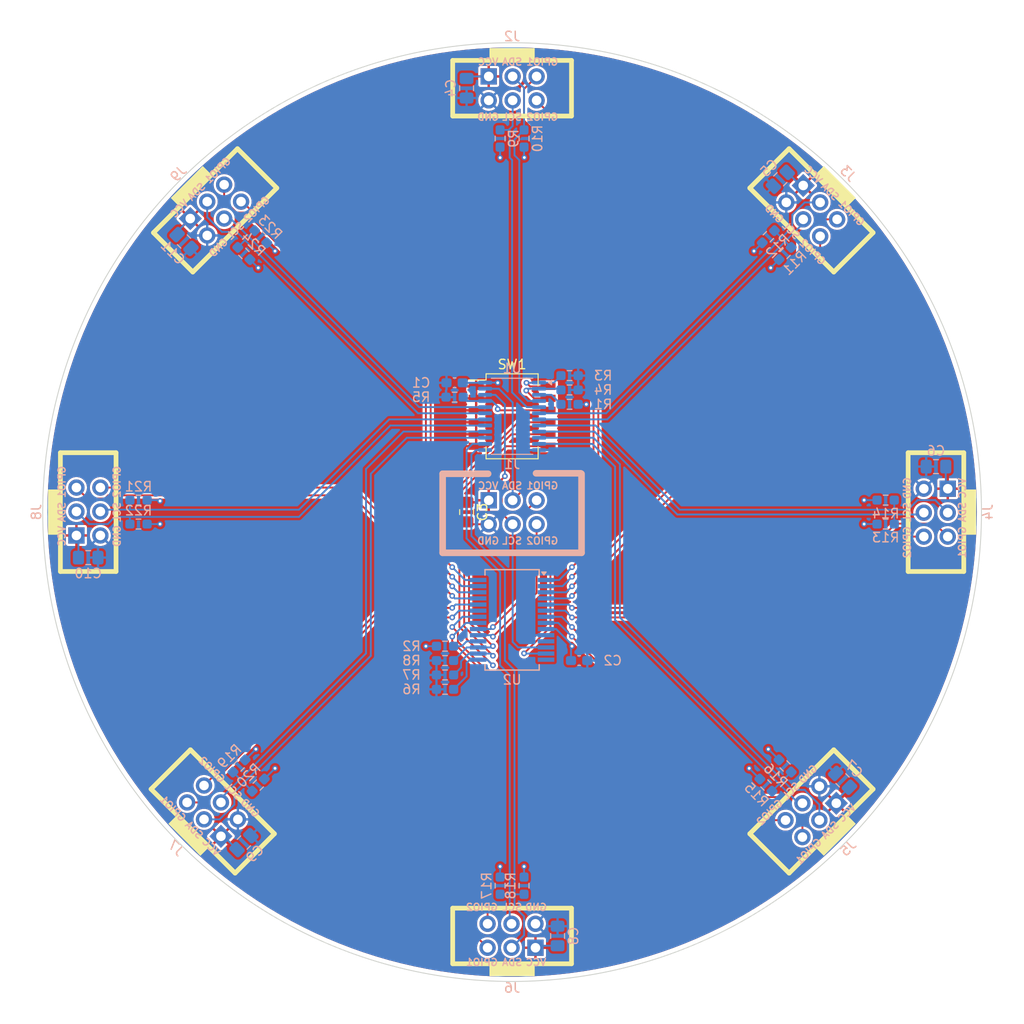
<source format=kicad_pcb>
(kicad_pcb (version 20240108) (generator "pcbnew") (generator_version "8.0")
  (layers (0 "F.Cu" signal) (31 "B.Cu" signal) (34 "B.Paste" user) (35 "F.Paste" user) (36 "B.SilkS" user "B.Silkscreen") (37 "F.SilkS" user "F.Silkscreen") (38 "B.Mask" user) (39 "F.Mask" user) (44 "Edge.Cuts" user))
  (net 0 "")
  (net 1 "/SAO_GPIO1")
  (net 2 "/SAO_SDA")
  (net 3 "GND")
  (net 4 "/SAO_GPIO2")
  (net 5 "+3V3")
  (net 6 "/SAO_SCL")
  (net 7 "/BADGE0_SCL")
  (net 8 "/BADGE0_SDA")
  (net 9 "/BADGE0_GPIO2")
  (net 10 "/BADGE0_GPIO1")
  (net 11 "/BADGE1_GPIO2")
  (net 12 "/BADGE1_SDA")
  (net 13 "/BADGE1_SCL")
  (net 14 "/BADGE1_GPIO1")
  (net 15 "/BADGE2_GPIO2")
  (net 16 "/BADGE2_GPIO1")
  (net 17 "/BADGE2_SDA")
  (net 18 "/BADGE2_SCL")
  (net 19 "/BADGE3_GPIO2")
  (net 20 "/BADGE3_SDA")
  (net 21 "/BADGE3_GPIO1")
  (net 22 "/BADGE3_SCL")
  (net 23 "/BADGE4_SDA")
  (net 24 "/BADGE4_GPIO1")
  (net 25 "/BADGE4_SCL")
  (net 26 "/BADGE4_GPIO2")
  (net 27 "/BADGE5_SCL")
  (net 28 "/BADGE5_GPIO2")
  (net 29 "/BADGE5_GPIO1")
  (net 30 "/BADGE5_SDA")
  (net 31 "/BADGE6_GPIO2")
  (net 32 "/BADGE6_GPIO1")
  (net 33 "/BADGE6_SDA")
  (net 34 "/BADGE6_SCL")
  (net 35 "/BADGE7_SDA")
  (net 36 "/BADGE7_GPIO2")
  (net 37 "/BADGE7_SCL")
  (net 38 "/BADGE7_GPIO1")
  (net 39 "Net-(U1-~{RESET})")
  (net 40 "Net-(U2-~{RESET})")
  (net 41 "Net-(U1-A0)")
  (net 42 "Net-(U1-A1)")
  (net 43 "Net-(U1-A2)")
  (net 44 "Net-(U2-A0)")
  (net 45 "Net-(U2-A1)")
  (net 46 "Net-(U2-A2)")
  (footprint "Simple_Addon_v2:Simple_Addon_v2-BADGE-2x3" (layer "F.Cu") (at 158.75 133.35 -135)
    (property "Reference" "J5")
    (property "Value" "Simple_Addon_v2")
  )
  (footprint "Simple_Addon_v2:Simple_Addon_v2-BADGE-2x3" (layer "F.Cu") (at 171.958 101.6 -90)
    (property "Reference" "J4")
    (property "Value" "Simple_Addon_v2")
  )
  (footprint "Simple_Addon_v2:Simple_Addon_v2-BADGE-2x3" (layer "F.Cu") (at 127 146.558 180)
    (property "Reference" "J6")
    (property "Value" "Simple_Addon_v2")
  )
  (footprint "Simple_Addon_v2:Simple_Addon_v2-SAO-2x3" (layer "F.Cu") (at 127 101.6)
    (property "Reference" "J1")
    (property "Value" "Simple_Addon_v2")
  )
  (footprint "Simple_Addon_v2:Simple_Addon_v2-BADGE-2x3" (layer "F.Cu") (at 158.75 69.596 -45)
    (property "Reference" "J3")
    (property "Value" "Simple_Addon_v2")
  )
  (footprint "Capacitor_SMD:C_0805_2012Metric_Pad1.18x1.45mm_HandSolder" (layer "F.Cu") (at 122.174 101.6 -90)
    (property "Reference" "C3")
    (property "Value" "10u")
  )
  (footprint "Simple_Addon_v2:Simple_Addon_v2-BADGE-2x3" (layer "F.Cu") (at 82.042 101.6 90)
    (property "Reference" "J8")
    (property "Value" "Simple_Addon_v2")
  )
  (footprint "Button_Switch_SMD:SW_DIP_SPSTx06_Slide_Copal_CHS-06B_W7.62mm_P1.27mm" (layer "F.Cu") (at 127 91.44)
    (property "Reference" "SW1")
    (property "Value" "SW_DIP_x06")
  )
  (footprint "Simple_Addon_v2:Simple_Addon_v2-BADGE-2x3" (layer "F.Cu") (at 95.25 133.35 135)
    (property "Reference" "J7")
    (property "Value" "Simple_Addon_v2")
  )
  (footprint "Simple_Addon_v2:Simple_Addon_v2-BADGE-2x3" (layer "F.Cu") (at 127 56.642)
    (property "Reference" "J2")
    (property "Value" "Simple_Addon_v2")
  )
  (footprint "Simple_Addon_v2:Simple_Addon_v2-BADGE-2x3" (layer "F.Cu") (at 95.504 69.596 45)
    (property "Reference" "J9")
    (property "Value" "Simple_Addon_v2")
  )
  (footprint "Resistor_SMD:R_0603_1608Metric_Pad0.98x0.95mm_HandSolder" (layer "B.Cu") (at 153.924 130.556 -45)
    (property "Reference" "R15")
    (property "Value" "4.7K")
  )
  (footprint "Resistor_SMD:R_0603_1608Metric_Pad0.98x0.95mm_HandSolder" (layer "B.Cu") (at 125.73 61.976 90)
    (property "Reference" "R9")
    (property "Value" "4.7K")
  )
  (footprint "Resistor_SMD:R_0603_1608Metric_Pad0.98x0.95mm_HandSolder" (layer "B.Cu") (at 166.624 102.87)
    (property "Reference" "R13")
    (property "Value" "4.7K")
  )
  (footprint "Capacitor_SMD:C_0805_2012Metric_Pad1.18x1.45mm_HandSolder" (layer "B.Cu") (at 92.202 72.898 -45)
    (property "Reference" "C11")
    (property "Value" "10u")
  )
  (footprint "Resistor_SMD:R_0603_1608Metric_Pad0.98x0.95mm_HandSolder" (layer "B.Cu") (at 133.096 87.122)
    (property "Reference" "R3")
    (property "Value" "10K")
  )
  (footprint "Capacitor_SMD:C_0603_1608Metric_Pad1.08x0.95mm_HandSolder" (layer "B.Cu") (at 134.112 117.348)
    (property "Reference" "C2")
    (property "Value" "100n")
  )
  (footprint "Resistor_SMD:R_0603_1608Metric_Pad0.98x0.95mm_HandSolder" (layer "B.Cu") (at 119.888 120.396 180)
    (property "Reference" "R6")
    (property "Value" "10K")
  )
  (footprint "Resistor_SMD:R_0603_1608Metric_Pad0.98x0.95mm_HandSolder" (layer "B.Cu") (at 154.178 72.39 45)
    (property "Reference" "R12")
    (property "Value" "4.7K")
  )
  (footprint "Resistor_SMD:R_0603_1608Metric_Pad0.98x0.95mm_HandSolder" (layer "B.Cu") (at 166.624 100.33)
    (property "Reference" "R14")
    (property "Value" "4.7K")
  )
  (footprint "Resistor_SMD:R_0603_1608Metric_Pad0.98x0.95mm_HandSolder" (layer "B.Cu") (at 128.27 141.224 -90)
    (property "Reference" "R18")
    (property "Value" "4.7K")
  )
  (footprint "Resistor_SMD:R_0603_1608Metric_Pad0.98x0.95mm_HandSolder" (layer "B.Cu") (at 125.73 141.224 -90)
    (property "Reference" "R17")
    (property "Value" "4.7K")
  )
  (footprint "Capacitor_SMD:C_0805_2012Metric_Pad1.18x1.45mm_HandSolder" (layer "B.Cu") (at 162.052 130.048 135)
    (property "Reference" "C7")
    (property "Value" "10u")
  )
  (footprint "Package_SO:TSSOP-24_4.4x7.8mm_P0.65mm" (layer "B.Cu") (at 127 91.44 180)
    (property "Reference" "U1")
    (property "Value" "TCA9548APWR")
  )
  (footprint "Capacitor_SMD:C_0805_2012Metric_Pad1.18x1.45mm_HandSolder" (layer "B.Cu") (at 171.958 96.774 180)
    (property "Reference" "C6")
    (property "Value" "10u")
  )
  (footprint "Capacitor_SMD:C_0805_2012Metric_Pad1.18x1.45mm_HandSolder" (layer "B.Cu") (at 155.448 66.294 -135)
    (property "Reference" "C5")
    (property "Value" "10u")
  )
  (footprint "Resistor_SMD:R_0603_1608Metric_Pad0.98x0.95mm_HandSolder" (layer "B.Cu") (at 87.376 100.33 180)
    (property "Reference" "R21")
    (property "Value" "4.7K")
  )
  (footprint "Capacitor_SMD:C_0805_2012Metric_Pad1.18x1.45mm_HandSolder" (layer "B.Cu") (at 98.552 136.652 45)
    (property "Reference" "C9")
    (property "Value" "10u")
  )
  (footprint "Resistor_SMD:R_0603_1608Metric_Pad0.98x0.95mm_HandSolder" (layer "B.Cu") (at 98.044 128.524 -135)
    (property "Reference" "R19")
    (property "Value" "4.7K")
  )
  (footprint "Capacitor_SMD:C_0805_2012Metric_Pad1.18x1.45mm_HandSolder" (layer "B.Cu") (at 131.826 146.558 90)
    (property "Reference" "C8")
    (property "Value" "10u")
  )
  (footprint "Capacitor_SMD:C_0805_2012Metric_Pad1.18x1.45mm_HandSolder" (layer "B.Cu") (at 82.042 106.426)
    (property "Reference" "C10")
    (property "Value" "10u")
  )
  (footprint "Package_SO:SSOP-28_5.3x10.2mm_P0.65mm" (layer "B.Cu") (at 127 113.03 180)
    (property "Reference" "U2")
    (property "Value" "MCP23017_SS")
  )
  (footprint "Resistor_SMD:R_0603_1608Metric_Pad0.98x0.95mm_HandSolder" (layer "B.Cu") (at 133.096 90.17 180)
    (property "Reference" "R1")
    (property "Value" "10K")
  )
  (footprint "Resistor_SMD:R_0603_1608Metric_Pad0.98x0.95mm_HandSolder" (layer "B.Cu") (at 128.27 61.976 90)
    (property "Reference" "R10")
    (property "Value" "4.7K")
  )
  (footprint "Resistor_SMD:R_0603_1608Metric_Pad0.98x0.95mm_HandSolder" (layer "B.Cu") (at 119.888 117.348 180)
    (property "Reference" "R8")
    (property "Value" "10K")
  )
  (footprint "Resistor_SMD:R_0603_1608Metric_Pad0.98x0.95mm_HandSolder" (layer "B.Cu") (at 155.956 74.168 45)
    (property "Reference" "R11")
    (property "Value" "4.7K")
  )
  (footprint "Capacitor_SMD:C_0805_2012Metric_Pad1.18x1.45mm_HandSolder" (layer "B.Cu") (at 122.174 56.642 -90)
    (property "Reference" "C4")
    (property "Value" "10u")
  )
  (footprint "Resistor_SMD:R_0603_1608Metric_Pad0.98x0.95mm_HandSolder" (layer "B.Cu") (at 155.956 128.524 -45)
    (property "Reference" "R16")
    (property "Value" "4.7K")
  )
  (footprint "Resistor_SMD:R_0603_1608Metric_Pad0.98x0.95mm_HandSolder" (layer "B.Cu") (at 100.33 72.39 135)
    (property "Reference" "R23")
    (property "Value" "4.7K")
  )
  (footprint "Resistor_SMD:R_0603_1608Metric_Pad0.98x0.95mm_HandSolder" (layer "B.Cu") (at 120.904 89.408 180)
    (property "Reference" "R5")
    (property "Value" "10K")
  )
  (footprint "Resistor_SMD:R_0603_1608Metric_Pad0.98x0.95mm_HandSolder" (layer "B.Cu") (at 133.096 88.646)
    (property "Reference" "R4")
    (property "Value" "10K")
  )
  (footprint "Resistor_SMD:R_0603_1608Metric_Pad0.98x0.95mm_HandSolder" (layer "B.Cu") (at 98.552 74.168 135)
    (property "Reference" "R24")
    (property "Value" "4.7K")
  )
  (footprint "Capacitor_SMD:C_0603_1608Metric_Pad1.08x0.95mm_HandSolder" (layer "B.Cu") (at 120.904 87.884 180)
    (property "Reference" "C1")
    (property "Value" "100n")
  )
  (footprint "Resistor_SMD:R_0603_1608Metric_Pad0.98x0.95mm_HandSolder" (layer "B.Cu") (at 100.076 130.556 -135)
    (property "Reference" "R20")
    (property "Value" "4.7K")
  )
  (footprint "Resistor_SMD:R_0603_1608Metric_Pad0.98x0.95mm_HandSolder" (layer "B.Cu") (at 87.376 102.87 180)
    (property "Reference" "R22")
    (property "Value" "4.7K")
  )
  (footprint "Resistor_SMD:R_0603_1608Metric_Pad0.98x0.95mm_HandSolder" (layer "B.Cu") (at 119.888 118.872 180)
    (property "Reference" "R7")
    (property "Value" "10K")
  )
  (footprint "Resistor_SMD:R_0603_1608Metric_Pad0.98x0.95mm_HandSolder" (layer "B.Cu") (at 119.888 115.824)
    (property "Reference" "R2")
    (property "Value" "10K")
  )
  (gr_circle (center 127 101.6) (end 176.784 101.6) (stroke (width 0.1)) (fill none) (layer "Edge.Cuts"))
  (segment (start 128.27 110.49) (end 128.27 101.68) (width 0.2) (layer "F.Cu") (net 1))
  (segment (start 124.968 113.792) (end 128.27 110.49) (width 0.2) (layer "F.Cu") (net 1))
  (segment (start 128.27 101.68) (end 129.6 100.35) (width 0.2) (layer "F.Cu") (net 1))
  (via (at 124.968 113.792) (size 0.6) (drill 0.3) (layers "F.Cu" "B.Cu") (net 1))
  (segment (start 123.4 114.005) (end 124.755 114.005) (width 0.2) (layer "B.Cu") (net 1))
  (segment (start 124.755 114.005) (end 124.968 113.792) (width 0.2) (layer "B.Cu") (net 1))
  (segment (start 128.27 116.586) (end 131.064 113.792) (width 0.2) (layer "F.Cu") (net 2))
  (segment (start 131.064 113.792) (end 131.064 99.822) (width 0.2) (layer "F.Cu") (net 2))
  (segment (start 128.35 99.06) (end 127.06 100.35) (width 0.2) (layer "F.Cu") (net 2))
  (segment (start 130.302 99.06) (end 128.35 99.06) (width 0.2) (layer "F.Cu") (net 2))
  (segment (start 131.064 99.822) (end 130.302 99.06) (width 0.2) (layer "F.Cu") (net 2))
  (via (at 128.27 116.586) (size 0.6) (drill 0.3) (layers "F.Cu" "B.Cu") (net 2))
  (segment (start 127.06 100.35) (end 127.06 89.976) (width 0.2) (layer "B.Cu") (net 2))
  (segment (start 128.289 116.605) (end 130.6 116.605) (width 0.2) (layer "B.Cu") (net 2))
  (segment (start 125.599 88.515) (end 124.1375 88.515) (width 0.2) (layer "B.Cu") (net 2))
  (segment (start 128.27 116.586) (end 128.289 116.605) (width 0.2) (layer "B.Cu") (net 2))
  (segment (start 127.06 89.976) (end 125.599 88.515) (width 0.2) (layer "B.Cu") (net 2))
  (segment (start 122.4265 102.89) (end 122.174 102.6375) (width 0.2) (layer "F.Cu") (net 3))
  (segment (start 124.52 102.89) (end 122.4265 102.89) (width 0.2) (layer "F.Cu") (net 3))
  (segment (start 129.6 110.176) (end 129.6 102.89) (width 0.2) (layer "F.Cu") (net 4))
  (segment (start 124.968 114.808) (end 129.6 110.176) (width 0.2) (layer "F.Cu") (net 4))
  (via (at 124.968 114.808) (size 0.6) (drill 0.3) (layers "F.Cu" "B.Cu") (net 4))
  (segment (start 123.4 114.655) (end 124.815 114.655) (width 0.2) (layer "B.Cu") (net 4))
  (segment (start 124.815 114.655) (end 124.968 114.808) (width 0.2) (layer "B.Cu") (net 4))
  (via (at 154.432 75.692) (size 0.6) (drill 0.3) (layers "F.Cu" "B.Cu") (net 5))
  (via (at 164.338 102.87) (size 0.6) (drill 0.3) (layers "F.Cu" "B.Cu") (net 5))
  (via (at 89.662 100.422) (size 0.6) (drill 0.3) (layers "F.Cu" "B.Cu") (net 5))
  (via (at 101.854 73.914) (size 0.6) (drill 0.3) (layers "F.Cu" "B.Cu") (net 5))
  (via (at 133.35 115.824) (size 0.6) (drill 0.3) (layers "F.Cu" "B.Cu") (net 5))
  (via (at 100.076 75.692) (size 0.6) (drill 0.3) (layers "F.Cu" "B.Cu") (net 5))
  (via (at 125.73 64.008) (size 0.6) (drill 0.3) (layers "F.Cu" "B.Cu") (net 5))
  (via (at 128.298657 63.993672) (size 0.6) (drill 0.3) (layers "F.Cu" "B.Cu") (net 5))
  (via (at 128.27 139.192) (size 0.6) (drill 0.3) (layers "F.Cu" "B.Cu") (net 5))
  (via (at 125.73 139.192) (size 0.6) (drill 0.3) (layers "F.Cu" "B.Cu") (net 5))
  (via (at 117.856 115.824) (size 0.6) (drill 0.3) (layers "F.Cu" "B.Cu") (net 5))
  (via (at 125.476 87.884) (size 0.6) (drill 0.3) (layers "F.Cu" "B.Cu") (net 5))
  (via (at 134.874 90.17) (size 0.6) (drill 0.3) (layers "F.Cu" "B.Cu") (net 5))
  (via (at 101.854 128.778) (size 0.6) (drill 0.3) (layers "F.Cu" "B.Cu") (net 5))
  (via (at 164.338 100.33) (size 0.6) (drill 0.3) (layers "F.Cu" "B.Cu") (net 5))
  (via (at 154.178 126.746) (size 0.6) (drill 0.3) (layers "F.Cu" "B.Cu") (net 5))
  (via (at 89.662 102.87) (size 0.6) (drill 0.3) (layers "F.Cu" "B.Cu") (net 5))
  (via (at 99.822 126.746) (size 0.6) (drill 0.3) (layers "F.Cu" "B.Cu") (net 5))
  (via (at 152.146 128.778) (size 0.6) (drill 0.3) (layers "F.Cu" "B.Cu") (net 5))
  (via (at 152.654 73.914) (size 0.6) (drill 0.3) (layers "F.Cu" "B.Cu") (net 5))
  (segment (start 128.27 140.3115) (end 128.27 139.192) (width 0.2) (layer "B.Cu") (net 5))
  (segment (start 128.298657 63.993672) (end 128.27 63.965015) (width 0.2) (layer "B.Cu") (net 5))
  (segment (start 123.952 87.884) (end 121.7665 87.884) (width 0.2) (layer "B.Cu") (net 5))
  (segment (start 133.35 115.824) (end 133.35 115.68) (width 0.2) (layer "B.Cu") (net 5))
  (segment (start 123.971 87.865) (end 123.952 87.884) (width 0.2) (layer "B.Cu") (net 5))
  (segment (start 161.387508 132.179738) (end 161.387508 132.480259) (width 0.2) (layer "B.Cu") (net 5))
  (segment (start 155.310765 127.878765) (end 154.178 126.746) (width 0.2) (layer "B.Cu") (net 5))
  (segment (start 131.826 147.5955) (end 129.6925 147.5955) (width 0.2) (layer "B.Cu") (net 5))
  (segment (start 165.7115 102.87) (end 164.338 102.87) (width 0.2) (layer "B.Cu") (net 5))
  (segment (start 124.1375 87.865) (end 123.971 87.865) (width 0.2) (layer "B.Cu") (net 5))
  (segment (start 128.27 63.965015) (end 128.27 62.8885) (width 0.2) (layer "B.Cu") (net 5))
  (segment (start 157.579738 66.958492) (end 157.880259 66.958492) (width 0.2) (layer "B.Cu") (net 5))
  (segment (start 155.310765 74.813235) (end 154.432 75.692) (width 0.2) (layer "B.Cu") (net 5))
  (segment (start 125.457 87.865) (end 125.476 87.884) (width 0.2) (layer "B.Cu") (net 5))
  (segment (start 172.9955 96.774) (end 172.9955 98.9075) (width 0.2) (layer "B.Cu") (net 5))
  (segment (start 118.9755 115.824) (end 117.856 115.824) (width 0.2) (layer "B.Cu") (net 5))
  (segment (start 92.866492 70.465741) (end 91.468377 71.863856) (width 0.2) (layer "B.Cu") (net 5))
  (segment (start 153.532765 73.035235) (end 152.654 73.914) (width 0.2) (layer "B.Cu") (net 5))
  (segment (start 125.73 62.8885) (end 125.73 64.008) (width 0.2) (layer "B.Cu") (net 5))
  (segment (start 124.1375 87.865) (end 125.457 87.865) (width 0.2) (layer "B.Cu") (net 5))
  (segment (start 91.468377 71.863856) (end 91.468377 72.164377) (width 0.2) (layer "B.Cu") (net 5))
  (segment (start 100.721235 129.910765) (end 101.854 128.778) (width 0.2) (layer "B.Cu") (net 5))
  (segment (start 124.52 55.392) (end 122.3865 55.392) (width 0.2) (layer "B.Cu") (net 5))
  (segment (start 129.6925 147.5955) (end 129.48 147.808) (width 0.2) (layer "B.Cu") (net 5))
  (segment (start 156.181623 65.560377) (end 157.579738 66.958492) (width 0.2) (layer "B.Cu") (net 5))
  (segment (start 133.35 115.68) (end 131.675 114.005) (width 0.2) (layer "B.Cu") (net 5))
  (segment (start 134.0085 90.17) (end 134.874 90.17) (width 0.2) (layer "B.Cu") (net 5))
  (segment (start 88.2885 100.33) (end 89.57 100.33) (width 0.2) (layer "B.Cu") (net 5))
  (segment (start 133.2495 117.348) (end 133.2495 115.9245) (width 0.2) (layer "B.Cu") (net 5))
  (segment (start 125.73 140.3115) (end 125.73 139.192) (width 0.2) (layer "B.Cu") (net 5))
  (segment (start 131.675 114.005) (end 130.6 114.005) (width 0.2) (layer "B.Cu") (net 5))
  (segment (start 165.7115 100.33) (end 164.338 100.33) (width 0.2) (layer "B.Cu") (net 5))
  (segment (start 88.2885 102.87) (end 89.662 102.87) (width 0.2) (layer "B.Cu") (net 5))
  (segment (start 133.2495 115.9245) (end 133.35 115.824) (width 0.2) (layer "B.Cu") (net 5))
  (segment (start 96.420262 135.987508) (end 96.119741 135.987508) (width 0.2) (layer "B.Cu") (net 5))
  (segment (start 153.278765 129.910765) (end 152.146 128.778) (width 0.2) (layer "B.Cu") (net 5))
  (segment (start 81.0045 104.2925) (end 80.792 104.08) (width 0.2) (layer "B.Cu") (net 5))
  (segment (start 162.785623 130.781623) (end 161.387508 132.179738) (width 0.2) (layer "B.Cu") (net 5))
  (segment (start 122.3865 55.392) (end 122.174 55.6045) (width 0.2) (layer "B.Cu") (net 5))
  (segment (start 100.975235 73.035235) (end 101.854 73.914) (width 0.2) (layer "B.Cu") (net 5))
  (segment (start 98.689235 127.878765) (end 99.822 126.746) (width 0.2) (layer "B.Cu") (net 5))
  (segment (start 172.9955 98.9075) (end 173.208 99.12) (width 0.2) (layer "B.Cu") (net 5))
  (segment (start 97.818377 137.385623) (end 96.420262 135.987508) (width 0.2) (layer "B.Cu") (net 5))
  (segment (start 89.57 100.33) (end 89.662 100.422) (width 0.2) (layer "B.Cu") (net 5))
  (segment (start 81.0045 106.426) (end 81.0045 104.2925) (width 0.2) (layer "B.Cu") (net 5))
  (segment (start 99.197235 74.813235) (end 100.076 75.692) (width 0.2) (layer "B.Cu") (net 5))
  (segment (start 125.8964 101.7264) (end 127.06 102.89) (width 0.2) (layer "F.Cu") (net 6))
  (segment (start 126.238 97.79) (end 125.8964 98.1316) (width 0.2) (layer "F.Cu") (net 6))
  (segment (start 125.8964 98.1316) (end 125.8964 101.7264) (width 0.2) (layer "F.Cu") (net 6))
  (via (at 126.238 97.79) (size 0.6) (drill 0.3) (layers "F.Cu" "B.Cu") (net 6))
  (segment (start 127.639 115.955) (end 130.6 115.955) (width 0.2) (layer "B.Cu") (net 6))
  (segment (start 126.238 97.79) (end 126.238 90.17) (width 0.2) (layer "B.Cu") (net 6))
  (segment (start 127.06 115.376) (end 127.639 115.955) (width 0.2) (layer "B.Cu") (net 6))
  (segment (start 125.233 89.165) (end 124.1375 89.165) (width 0.2) (layer "B.Cu") (net 6))
  (segment (start 127.06 102.89) (end 127.06 115.376) (width 0.2) (layer "B.Cu") (net 6))
  (segment (start 126.238 90.17) (end 125.233 89.165) (width 0.2) (layer "B.Cu") (net 6))
  (segment (start 128.565 90.465) (end 129.8625 90.465) (width 0.2) (layer "B.Cu") (net 7))
  (segment (start 125.73 61.0635) (end 126.6425 61.0635) (width 0.2) (layer "B.Cu") (net 7))
  (segment (start 126.746 60.96) (end 126.746 64.008) (width 0.2) (layer "B.Cu") (net 7))
  (segment (start 127 64.262) (end 127 88.9) (width 0.2) (layer "B.Cu") (net 7))
  (segment (start 127.06 57.932) (end 127.06 60.646) (width 0.2) (layer "B.Cu") (net 7))
  (segment (start 127.06 60.646) (end 126.746 60.96) (width 0.2) (layer "B.Cu") (net 7))
  (segment (start 126.746 64.008) (end 127 64.262) (width 0.2) (layer "B.Cu") (net 7))
  (segment (start 126.6425 61.0635) (end 126.746 60.96) (width 0.2) (layer "B.Cu") (net 7))
  (segment (start 127 88.9) (end 128.565 90.465) (width 0.2) (layer "B.Cu") (net 7))
  (segment (start 128.27 56.602) (end 127.06 55.392) (width 0.2) (layer "B.Cu") (net 8))
  (segment (start 127.762 64.262) (end 127.254 63.754) (width 0.2) (layer "B.Cu") (net 8))
  (segment (start 127.254 63.754) (end 127.254 62.0795) (width 0.2) (layer "B.Cu") (net 8))
  (segment (start 128.677 89.815) (end 127.762 88.9) (width 0.2) (layer "B.Cu") (net 8))
  (segment (start 129.8625 89.815) (end 128.677 89.815) (width 0.2) (layer "B.Cu") (net 8))
  (segment (start 127.254 62.0795) (end 128.27 61.0635) (width 0.2) (layer "B.Cu") (net 8))
  (segment (start 128.27 61.0635) (end 128.27 56.602) (width 0.2) (layer "B.Cu") (net 8))
  (segment (start 127.762 88.9) (end 127.762 64.262) (width 0.2) (layer "B.Cu") (net 8))
  (segment (start 133.35 108.458) (end 136.144 105.664) (width 0.2) (layer "F.Cu") (net 9))
  (segment (start 136.144 64.516) (end 129.6 57.972) (width 0.2) (layer "F.Cu") (net 9))
  (segment (start 136.144 105.664) (end 136.144 64.516) (width 0.2) (layer "F.Cu") (net 9))
  (segment (start 129.6 57.972) (end 129.6 57.932) (width 0.2) (layer "F.Cu") (net 9))
  (via (at 133.35 108.458) (size 0.6) (drill 0.3) (layers "F.Cu" "B.Cu") (net 9))
  (segment (start 130.6 109.455) (end 132.353 109.455) (width 0.2) (layer "B.Cu") (net 9))
  (segment (start 132.353 109.455) (end 133.35 108.458) (width 0.2) (layer "B.Cu") (net 9))
  (segment (start 133.35 107.442) (end 135.636 105.156) (width 0.2) (layer "F.Cu") (net 10))
  (segment (start 135.636 105.156) (end 135.636 66.802) (width 0.2) (layer "F.Cu") (net 10))
  (segment (start 128.27 56.722) (end 129.6 55.392) (width 0.2) (layer "F.Cu") (net 10))
  (segment (start 128.27 59.436) (end 128.27 56.722) (width 0.2) (layer "F.Cu") (net 10))
  (segment (start 135.636 66.802) (end 128.27 59.436) (width 0.2) (layer "F.Cu") (net 10))
  (via (at 133.35 107.442) (size 0.6) (drill 0.3) (layers "F.Cu" "B.Cu") (net 10))
  (segment (start 130.6 108.805) (end 131.987 108.805) (width 0.2) (layer "B.Cu") (net 10))
  (segment (start 131.987 108.805) (end 133.35 107.442) (width 0.2) (layer "B.Cu") (net 10))
  (segment (start 159.67631 84.16369) (end 159.67631 72.346645) (width 0.2) (layer "F.Cu") (net 11))
  (segment (start 133.35 110.49) (end 159.67631 84.16369) (width 0.2) (layer "F.Cu") (net 11))
  (via (at 133.35 110.49) (size 0.6) (drill 0.3) (layers "F.Cu" "B.Cu") (net 11))
  (segment (start 130.6 110.755) (end 133.085 110.755) (width 0.2) (layer "B.Cu") (net 11))
  (segment (start 133.085 110.755) (end 133.35 110.49) (width 0.2) (layer "B.Cu") (net 11))
  (segment (start 156.716659 70.068615) (end 158.030731 68.754543) (width 0.2) (layer "B.Cu") (net 12))
  (segment (start 154.823235 71.744765) (end 155.575 72.49653) (width 0.2) (layer "B.Cu") (net 12))
  (segment (start 155.575 72.49653) (end 155.575 72.517) (width 0.2) (layer "B.Cu") (net 12))
  (segment (start 136.977 91.115) (end 155.575 72.517) (width 0.2) (layer "B.Cu") (net 12))
  (segment (start 156.716659 71.375341) (end 156.716659 70.068615) (width 0.2) (layer "B.Cu") (net 12))
  (segment (start 129.8625 91.115) (end 136.977 91.115) (width 0.2) (layer "B.Cu") (net 12))
  (segment (start 158.030731 68.754543) (end 159.67631 68.754543) (width 0.2) (layer "B.Cu") (net 12))
  (segment (start 155.575 72.517) (end 156.716659 71.375341) (width 0.2) (layer "B.Cu") (net 12))
  (segment (start 155.97647 72.898) (end 155.956 72.898) (width 0.2) (layer "B.Cu") (net 13))
  (segment (start 137.089 91.765) (end 155.956 72.898) (width 0.2) (layer "B.Cu") (net 13))
  (segment (start 157.880259 70.973741) (end 157.880259 70.550594) (width 0.2) (layer "B.Cu") (net 13))
  (segment (start 156.601235 73.522765) (end 155.97647 72.898) (width 0.2) (layer "B.Cu") (net 13))
  (segment (start 129.8625 91.765) (end 137.089 91.765) (width 0.2) (layer "B.Cu") (net 13))
  (segment (start 155.956 72.898) (end 157.880259 70.973741) (width 0.2) (layer "B.Cu") (net 13))
  (segment (start 157.48 85.344) (end 157.48 72.644) (width 0.2) (layer "F.Cu") (net 14))
  (segment (start 157.48 72.644) (end 159.573406 70.550594) (width 0.2) (layer "F.Cu") (net 14))
  (segment (start 159.573406 70.550594) (end 161.472361 70.550594) (width 0.2) (layer "F.Cu") (net 14))
  (segment (start 133.35 109.474) (end 157.48 85.344) (width 0.2) (layer "F.Cu") (net 14))
  (via (at 133.35 109.474) (size 0.6) (drill 0.3) (layers "F.Cu" "B.Cu") (net 14))
  (segment (start 132.719 110.105) (end 133.35 109.474) (width 0.2) (layer "B.Cu") (net 14))
  (segment (start 130.6 110.105) (end 132.719 110.105) (width 0.2) (layer "B.Cu") (net 14))
  (segment (start 133.35 112.776) (end 158.75 112.776) (width 0.2) (layer "F.Cu") (net 15))
  (segment (start 158.75 112.776) (end 167.326 104.2) (width 0.2) (layer "F.Cu") (net 15))
  (segment (start 167.326 104.2) (end 170.668 104.2) (width 0.2) (layer "F.Cu") (net 15))
  (via (at 133.35 112.776) (size 0.6) (drill 0.3) (layers "F.Cu" "B.Cu") (net 15))
  (segment (start 132.629 112.055) (end 133.35 112.776) (width 0.2) (layer "B.Cu") (net 15))
  (segment (start 130.6 112.055) (end 132.629 112.055) (width 0.2) (layer "B.Cu") (net 15))
  (segment (start 158.75 111.76) (end 167.6864 102.8236) (width 0.2) (layer "F.Cu") (net 16))
  (segment (start 133.35 111.76) (end 158.75 111.76) (width 0.2) (layer "F.Cu") (net 16))
  (segment (start 167.6864 102.8236) (end 171.8316 102.8236) (width 0.2) (layer "F.Cu") (net 16))
  (segment (start 171.8316 102.8236) (end 173.208 104.2) (width 0.2) (layer "F.Cu") (net 16))
  (via (at 133.35 111.76) (size 0.6) (drill 0.3) (layers "F.Cu" "B.Cu") (net 16))
  (segment (start 130.6 111.405) (end 132.995 111.405) (width 0.2) (layer "B.Cu") (net 16))
  (segment (start 132.995 111.405) (end 133.35 111.76) (width 0.2) (layer "B.Cu") (net 16))
  (segment (start 168.996211 101.346) (end 167.64 101.346) (width 0.2) (layer "B.Cu") (net 17))
  (segment (start 173.208 101.66) (end 171.878 100.33) (width 0.2) (layer "B.Cu") (net 17))
  (segment (start 167.64 101.346) (end 144.78 101.346) (width 0.2) (layer "B.Cu") (net 17))
  (segment (start 167.5365 100.33) (end 167.5365 101.2425) (width 0.2) (layer "B.Cu") (net 17))
  (segment (start 144.78 101.346) (end 135.849 92.415) (width 0.2) (layer "B.Cu") (net 17))
  (segment (start 167.5365 101.2425) (end 167.64 101.346) (width 0.2) (layer "B.Cu") (net 17))
  (segment (start 171.878 100.33) (end 170.012211 100.33) (width 0.2) (layer "B.Cu") (net 17))
  (segment (start 170.012211 100.33) (end 168.996211 101.346) (width 0.2) (layer "B.Cu") (net 17))
  (segment (start 135.849 92.415) (end 129.8625 92.415) (width 0.2) (layer "B.Cu") (net 17))
  (segment (start 129.8625 93.065) (end 135.737 93.065) (width 0.2) (layer "B.Cu") (net 18))
  (segment (start 167.5365 101.9575) (end 167.64 101.854) (width 0.2) (layer "B.Cu") (net 18))
  (segment (start 167.64 101.854) (end 170.474 101.854) (width 0.2) (layer "B.Cu") (net 18))
  (segment (start 167.5365 102.87) (end 167.5365 101.9575) (width 0.2) (layer "B.Cu") (net 18))
  (segment (start 170.474 101.854) (end 170.668 101.66) (width 0.2) (layer "B.Cu") (net 18))
  (segment (start 144.526 101.854) (end 167.64 101.854) (width 0.2) (layer "B.Cu") (net 18))
  (segment (start 135.737 93.065) (end 144.526 101.854) (width 0.2) (layer "B.Cu") (net 18))
  (segment (start 152.81831 134.27631) (end 155.999355 134.27631) (width 0.2) (layer "F.Cu") (net 19))
  (segment (start 133.35 114.808) (end 152.81831 134.27631) (width 0.2) (layer "F.Cu") (net 19))
  (via (at 133.35 114.808) (size 0.6) (drill 0.3) (layers "F.Cu" "B.Cu") (net 19))
  (segment (start 130.6 113.355) (end 131.897 113.355) (width 0.2) (layer "B.Cu") (net 19))
  (segment (start 131.897 113.355) (end 133.35 114.808) (width 0.2) (layer "B.Cu") (net 19))
  (segment (start 158.024726 131.064) (end 156.718 131.064) (width 0.2) (layer "B.Cu") (net 20))
  (segment (start 138.43 112.776) (end 138.43 96.52) (width 0.2) (layer "B.Cu") (net 20))
  (segment (start 156.718 131.064) (end 155.702 130.048) (width 0.2) (layer "B.Cu") (net 20))
  (segment (start 138.43 96.52) (end 135.625 93.715) (width 0.2) (layer "B.Cu") (net 20))
  (segment (start 135.625 93.715) (end 129.8625 93.715) (width 0.2) (layer "B.Cu") (net 20))
  (segment (start 156.601235 129.169235) (end 155.72247 130.048) (width 0.2) (layer "B.Cu") (net 20))
  (segment (start 155.702 130.048) (end 138.43 112.776) (width 0.2) (layer "B.Cu") (net 20))
  (segment (start 155.72247 130.048) (end 155.702 130.048) (width 0.2) (layer "B.Cu") (net 20))
  (segment (start 159.591457 132.630731) (end 158.024726 131.064) (width 0.2) (layer "B.Cu") (net 20))
  (segment (start 159.591457 134.27631) (end 159.591457 132.630731) (width 0.2) (layer "B.Cu") (net 20))
  (segment (start 151.384 131.826) (end 133.35 113.792) (width 0.2) (layer "F.Cu") (net 21))
  (segment (start 155.448 131.826) (end 151.384 131.826) (width 0.2) (layer "F.Cu") (net 21))
  (segment (start 157.795406 136.072361) (end 157.795406 134.173406) (width 0.2) (layer "F.Cu") (net 21))
  (segment (start 157.795406 134.173406) (end 155.448 131.826) (width 0.2) (layer "F.Cu") (net 21))
  (via (at 133.35 113.792) (size 0.6) (drill 0.3) (layers "F.Cu" "B.Cu") (net 21))
  (segment (start 132.263 112.705) (end 130.6 112.705) (width 0.2) (layer "B.Cu") (net 21))
  (segment (start 133.35 113.792) (end 132.263 112.705) (width 0.2) (layer "B.Cu") (net 21))
  (segment (start 135.513 94.365) (end 137.922 96.774) (width 0.2) (layer "B.Cu") (net 22))
  (segment (start 155.321 130.44947) (end 155.321 130.429) (width 0.2) (layer "B.Cu") (net 22))
  (segment (start 129.8625 94.365) (end 135.513 94.365) (width 0.2) (layer "B.Cu") (net 22))
  (segment (start 157.372259 132.480259) (end 157.795406 132.480259) (width 0.2) (layer "B.Cu") (net 22))
  (segment (start 137.922 113.03) (end 155.321 130.429) (width 0.2) (layer "B.Cu") (net 22))
  (segment (start 137.922 96.774) (end 137.922 113.03) (width 0.2) (layer "B.Cu") (net 22))
  (segment (start 154.569235 131.201235) (end 155.321 130.44947) (width 0.2) (layer "B.Cu") (net 22))
  (segment (start 155.321 130.429) (end 157.372259 132.480259) (width 0.2) (layer "B.Cu") (net 22))
  (segment (start 122.682 95.504) (end 122.682 104.14) (width 0.2) (layer "B.Cu") (net 23))
  (segment (start 127.254 118.364) (end 127.254 142.24) (width 0.2) (layer "B.Cu") (net 23))
  (segment (start 127.254 142.24) (end 127.254 143.46921) (width 0.2) (layer "B.Cu") (net 23))
  (segment (start 123.171 95.015) (end 122.682 95.504) (width 0.2) (layer "B.Cu") (net 23))
  (segment (start 124.1375 95.015) (end 123.171 95.015) (width 0.2) (layer "B.Cu") (net 23))
  (segment (start 122.682 104.14) (end 126.238 107.696) (width 0.2) (layer "B.Cu") (net 23))
  (segment (start 128.27 142.1365) (end 127.3575 142.1365) (width 0.2) (layer "B.Cu") (net 23))
  (segment (start 127.3575 142.1365) (end 127.254 142.24) (width 0.2) (layer "B.Cu") (net 23))
  (segment (start 126.238 117.348) (end 127.254 118.364) (width 0.2) (layer "B.Cu") (net 23))
  (segment (start 128.27 146.478) (end 126.94 147.808) (width 0.2) (layer "B.Cu") (net 23))
  (segment (start 127.254 143.46921) (end 128.27 144.48521) (width 0.2) (layer "B.Cu") (net 23))
  (segment (start 128.27 144.48521) (end 128.27 146.478) (width 0.2) (layer "B.Cu") (net 23))
  (segment (start 126.238 107.696) (end 126.238 117.348) (width 0.2) (layer "B.Cu") (net 23))
  (segment (start 120.65 115.316) (end 120.65 114.808) (width 0.2) (layer "F.Cu") (net 24))
  (segment (start 124.4 147.808) (end 123.19 146.598) (width 0.2) (layer "F.Cu") (net 24))
  (segment (start 123.19 146.598) (end 123.19 117.856) (width 0.2) (layer "F.Cu") (net 24))
  (segment (start 123.19 117.856) (end 120.65 115.316) (width 0.2) (layer "F.Cu") (net 24))
  (via (at 120.65 114.808) (size 0.6) (drill 0.3) (layers "F.Cu" "B.Cu") (net 24))
  (segment (start 123.4 113.355) (end 122.103 113.355) (width 0.2) (layer "B.Cu") (net 24))
  (segment (start 122.103 113.355) (end 120.65 114.808) (width 0.2) (layer "B.Cu") (net 24))
  (segment (start 122.174 94.996) (end 122.174 104.394) (width 0.2) (layer "B.Cu") (net 25))
  (segment (start 126.746 118.872) (end 126.746 142.24) (width 0.2) (layer "B.Cu") (net 25))
  (segment (start 124.1375 94.365) (end 122.805 94.365) (width 0.2) (layer "B.Cu") (net 25))
  (segment (start 122.805 94.365) (end 122.174 94.996) (width 0.2) (layer "B.Cu") (net 25))
  (segment (start 126.6425 142.1365) (end 126.746 142.24) (width 0.2) (layer "B.Cu") (net 25))
  (segment (start 126.746 145.074) (end 126.94 145.268) (width 0.2) (layer "B.Cu") (net 25))
  (segment (start 125.73 107.95) (end 125.73 117.856) (width 0.2) (layer "B.Cu") (net 25))
  (segment (start 125.73 142.1365) (end 126.6425 142.1365) (width 0.2) (layer "B.Cu") (net 25))
  (segment (start 126.746 142.24) (end 126.746 145.074) (width 0.2) (layer "B.Cu") (net 25))
  (segment (start 122.174 104.394) (end 125.73 107.95) (width 0.2) (layer "B.Cu") (net 25))
  (segment (start 125.73 117.856) (end 126.746 118.872) (width 0.2) (layer "B.Cu") (net 25))
  (segment (start 121.25 115.350314) (end 121.25 114.392) (width 0.2) (layer "F.Cu") (net 26))
  (segment (start 121.25 114.392) (end 120.65 113.792) (width 0.2) (layer "F.Cu") (net 26))
  (segment (start 124.4 118.500314) (end 121.25 115.350314) (width 0.2) (layer "F.Cu") (net 26))
  (segment (start 124.4 145.268) (end 124.4 118.500314) (width 0.2) (layer "F.Cu") (net 26))
  (via (at 120.65 113.792) (size 0.6) (drill 0.3) (layers "F.Cu" "B.Cu") (net 26))
  (segment (start 121.737 112.705) (end 120.65 113.792) (width 0.2) (layer "B.Cu") (net 26))
  (segment (start 123.4 112.705) (end 121.737 112.705) (width 0.2) (layer "B.Cu") (net 26))
  (segment (start 115.469 93.065) (end 111.506 97.028) (width 0.2) (layer "B.Cu") (net 27))
  (segment (start 97.398765 129.169235) (end 98.15053 129.921) (width 0.2) (layer "B.Cu") (net 27))
  (segment (start 98.171 129.921) (end 96.119741 131.972259) (width 0.2) (layer "B.Cu") (net 27))
  (segment (start 111.506 116.586) (end 98.171 129.921) (width 0.2) (layer "B.Cu") (net 27))
  (segment (start 111.506 97.028) (end 111.506 116.586) (width 0.2) (layer "B.Cu") (net 27))
  (segment (start 96.119741 131.972259) (end 96.119741 132.395406) (width 0.2) (layer "B.Cu") (net 27))
  (segment (start 124.1375 93.065) (end 115.469 93.065) (width 0.2) (layer "B.Cu") (net 27))
  (segment (start 98.15053 129.921) (end 98.171 129.921) (width 0.2) (layer "B.Cu") (net 27))
  (segment (start 113.163045 111.76) (end 94.32369 130.599355) (width 0.2) (layer "F.Cu") (net 28))
  (segment (start 120.65 111.76) (end 113.163045 111.76) (width 0.2) (layer "F.Cu") (net 28))
  (via (at 120.65 111.76) (size 0.6) (drill 0.3) (layers "F.Cu" "B.Cu") (net 28))
  (segment (start 123.4 111.405) (end 121.005 111.405) (width 0.2) (layer "B.Cu") (net 28))
  (segment (start 121.005 111.405) (end 120.65 111.76) (width 0.2) (layer "B.Cu") (net 28))
  (segment (start 94.173218 132.395406) (end 92.527639 132.395406) (width 0.2) (layer "F.Cu") (net 29))
  (segment (start 120.65 112.776) (end 112.776 112.776) (width 0.2) (layer "F.Cu") (net 29))
  (segment (start 112.776 112.776) (end 95.758 129.794) (width 0.2) (layer "F.Cu") (net 29))
  (segment (start 95.758 129.794) (end 95.758 130.810624) (width 0.2) (layer "F.Cu") (net 29))
  (segment (start 95.758 130.810624) (end 94.173218 132.395406) (width 0.2) (layer "F.Cu") (net 29))
  (via (at 120.65 112.776) (size 0.6) (drill 0.3) (layers "F.Cu" "B.Cu") (net 29))
  (segment (start 121.371 112.055) (end 120.65 112.776) (width 0.2) (layer "B.Cu") (net 29))
  (segment (start 123.4 112.055) (end 121.371 112.055) (width 0.2) (layer "B.Cu") (net 29))
  (segment (start 94.32369 134.191457) (end 95.969269 134.191457) (width 0.2) (layer "B.Cu") (net 30))
  (segment (start 99.430765 131.201235) (end 98.552 130.32247) (width 0.2) (layer "B.Cu") (net 30))
  (segment (start 115.835 93.715) (end 124.1375 93.715) (width 0.2) (layer "B.Cu") (net 30))
  (segment (start 98.552 130.302) (end 112.014 116.84) (width 0.2) (layer "B.Cu") (net 30))
  (segment (start 112.014 97.536) (end 115.835 93.715) (width 0.2) (layer "B.Cu") (net 30))
  (segment (start 98.552 130.32247) (end 98.552 130.302) (width 0.2) (layer "B.Cu") (net 30))
  (segment (start 97.536 131.318) (end 98.552 130.302) (width 0.2) (layer "B.Cu") (net 30))
  (segment (start 97.536 132.624726) (end 97.536 131.318) (width 0.2) (layer "B.Cu") (net 30))
  (segment (start 112.014 116.84) (end 112.014 97.536) (width 0.2) (layer "B.Cu") (net 30))
  (segment (start 95.969269 134.191457) (end 97.536 132.624726) (width 0.2) (layer "B.Cu") (net 30))
  (segment (start 120.65 109.474) (end 110.176 99) (width 0.2) (layer "F.Cu") (net 31))
  (segment (start 110.176 99) (end 83.332 99) (width 0.2) (layer "F.Cu") (net 31))
  (via (at 120.65 109.474) (size 0.6) (drill 0.3) (layers "F.Cu" "B.Cu") (net 31))
  (segment (start 121.281 110.105) (end 120.65 109.474) (width 0.2) (layer "B.Cu") (net 31))
  (segment (start 123.4 110.105) (end 121.281 110.105) (width 0.2) (layer "B.Cu") (net 31))
  (segment (start 81.9556 100.1636) (end 80.792 99) (width 0.2) (layer "F.Cu") (net 32))
  (segment (start 109.982 99.822) (end 84.155579 99.822) (width 0.2) (layer "F.Cu") (net 32))
  (segment (start 84.155579 99.822) (end 83.813979 100.1636) (width 0.2) (layer "F.Cu") (net 32))
  (segment (start 120.65 110.49) (end 109.982 99.822) (width 0.2) (layer "F.Cu") (net 32))
  (segment (start 83.813979 100.1636) (end 81.9556 100.1636) (width 0.2) (layer "F.Cu") (net 32))
  (via (at 120.65 110.49) (size 0.6) (drill 0.3) (layers "F.Cu" "B.Cu") (net 32))
  (segment (start 120.915 110.755) (end 120.65 110.49) (width 0.2) (layer "B.Cu") (net 32))
  (segment (start 123.4 110.755) (end 120.915 110.755) (width 0.2) (layer "B.Cu") (net 32))
  (segment (start 86.4635 102.2115) (end 86.36 102.108) (width 0.2) (layer "B.Cu") (net 33))
  (segment (start 104.394 102.108) (end 114.087 92.415) (width 0.2) (layer "B.Cu") (net 33))
  (segment (start 80.792 101.54) (end 82.122 102.87) (width 0.2) (layer "B.Cu") (net 33))
  (segment (start 84.11479 102.87) (end 84.87679 102.108) (width 0.2) (layer "B.Cu") (net 33))
  (segment (start 86.4635 102.87) (end 86.4635 102.2115) (width 0.2) (layer "B.Cu") (net 33))
  (segment (start 86.36 102.108) (end 104.394 102.108) (width 0.2) (layer "B.Cu") (net 33))
  (segment (start 114.087 92.415) (end 124.1375 92.415) (width 0.2) (layer "B.Cu") (net 33))
  (segment (start 82.122 102.87) (end 84.11479 102.87) (width 0.2) (layer "B.Cu") (net 33))
  (segment (start 84.87679 102.108) (end 86.36 102.108) (width 0.2) (layer "B.Cu") (net 33))
  (segment (start 104.394 101.346) (end 113.975 91.765) (width 0.2) (layer "B.Cu") (net 34))
  (segment (start 86.4635 101.2425) (end 86.36 101.346) (width 0.2) (layer "B.Cu") (net 34))
  (segment (start 113.975 91.765) (end 124.1375 91.765) (width 0.2) (layer "B.Cu") (net 34))
  (segment (start 86.4635 100.33) (end 86.4635 101.2425) (width 0.2) (layer "B.Cu") (net 34))
  (segment (start 83.526 101.346) (end 86.36 101.346) (width 0.2) (layer "B.Cu") (net 34))
  (segment (start 83.332 101.54) (end 83.526 101.346) (width 0.2) (layer "B.Cu") (net 34))
  (segment (start 86.36 101.346) (end 104.394 101.346) (width 0.2) (layer "B.Cu") (net 34))
  (segment (start 117.023 91.115) (end 98.679 72.771) (width 0.2) (layer "B.Cu") (net 35))
  (segment (start 98.679 72.771) (end 97.79 71.882) (width 0.2) (layer "B.Cu") (net 35))
  (segment (start 98.65853 72.771) (end 98.679 72.771) (width 0.2) (layer "B.Cu") (net 35))
  (segment (start 97.79 71.882) (end 96.229274 71.882) (width 0.2) (layer "B.Cu") (net 35))
  (segment (start 97.906765 73.522765) (end 98.65853 72.771) (width 0.2) (layer "B.Cu") (net 35))
  (segment (start 124.1375 91.115) (end 117.023 91.115) (width 0.2) (layer "B.Cu") (net 35))
  (segment (start 96.229274 71.882) (end 94.662543 70.315269) (width 0.2) (layer "B.Cu") (net 35))
  (segment (start 94.662543 70.315269) (end 94.662543 68.66969) (width 0.2) (layer "B.Cu") (net 35))
  (segment (start 118.364 88.646) (end 98.38769 68.66969) (width 0.2) (layer "F.Cu") (net 36))
  (segment (start 120.65 107.442) (end 118.364 105.156) (width 0.2) (layer "F.Cu") (net 36))
  (segment (start 118.364 105.156) (end 118.364 88.646) (width 0.2) (layer "F.Cu") (net 36))
  (segment (start 98.38769 68.66969) (end 98.254645 68.66969) (width 0.2) (layer "F.Cu") (net 36))
  (via (at 120.65 107.442) (size 0.6) (drill 0.3) (layers "F.Cu" "B.Cu") (net 36))
  (segment (start 123.4 108.805) (end 122.013 108.805) (width 0.2) (layer "B.Cu") (net 36))
  (segment (start 122.013 108.805) (end 120.65 107.442) (width 0.2) (layer "B.Cu") (net 36))
  (segment (start 117.135 90.465) (end 98.933 72.263) (width 0.2) (layer "B.Cu") (net 37))
  (segment (start 98.933 72.263) (end 97.135741 70.465741) (width 0.2) (layer "B.Cu") (net 37))
  (segment (start 99.16653 72.263) (end 98.933 72.263) (width 0.2) (layer "B.Cu") (net 37))
  (segment (start 99.684765 71.744765) (end 99.16653 72.263) (width 0.2) (layer "B.Cu") (net 37))
  (segment (start 97.135741 70.465741) (end 96.458594 70.465741) (width 0.2) (layer "B.Cu") (net 37))
  (segment (start 124.1375 90.465) (end 117.135 90.465) (width 0.2) (layer "B.Cu") (net 37))
  (segment (start 96.458594 68.519218) (end 96.458594 66.873639) (width 0.2) (layer "F.Cu") (net 38))
  (segment (start 98.78929 69.83329) (end 97.772666 69.83329) (width 0.2) (layer "F.Cu") (net 38))
  (segment (start 117.856 105.664) (end 117.856 88.9) (width 0.2) (layer "F.Cu") (net 38))
  (segment (start 97.772666 69.83329) (end 96.458594 68.519218) (width 0.2) (layer "F.Cu") (net 38))
  (segment (start 117.856 88.9) (end 98.78929 69.83329) (width 0.2) (layer "F.Cu") (net 38))
  (segment (start 120.65 108.458) (end 117.856 105.664) (width 0.2) (layer "F.Cu") (net 38))
  (via (at 120.65 108.458) (size 0.6) (drill 0.3) (layers "F.Cu" "B.Cu") (net 38))
  (segment (start 123.4 109.455) (end 121.647 109.455) (width 0.2) (layer "B.Cu") (net 38))
  (segment (start 121.647 109.455) (end 120.65 108.458) (width 0.2) (layer "B.Cu") (net 38))
  (segment (start 131.1785 89.165) (end 132.1835 90.17) (width 0.2) (layer "B.Cu") (net 39))
  (segment (start 129.8625 89.165) (end 131.1785 89.165) (width 0.2) (layer "B.Cu") (net 39))
  (segment (start 123.4 115.305) (end 122.185 115.305) (width 0.2) (layer "B.Cu") (net 40))
  (segment (start 122.185 115.305) (end 121.666 115.824) (width 0.2) (layer "B.Cu") (net 40))
  (segment (start 121.666 115.824) (end 120.8005 115.824) (width 0.2) (layer "B.Cu") (net 40))
  (segment (start 128.905 88.265) (end 128.524 87.884) (width 0.2) (layer "F.Cu") (net 41))
  (segment (start 130.81 88.265) (end 128.905 88.265) (width 0.2) (layer "F.Cu") (net 41))
  (via (at 128.524 87.884) (size 0.6) (drill 0.3) (layers "F.Cu" "B.Cu") (net 41))
  (segment (start 131.4405 87.865) (end 132.1835 87.122) (width 0.2) (layer "B.Cu") (net 41))
  (segment (start 129.8625 87.865) (end 131.4405 87.865) (width 0.2) (layer "B.Cu") (net 41))
  (segment (start 128.524 87.884) (end 129.8435 87.884) (width 0.2) (layer "B.Cu") (net 41))
  (segment (start 129.8435 87.884) (end 129.8625 87.865) (width 0.2) (layer "B.Cu") (net 41))
  (segment (start 129.327427 89.535) (end 128.501345 88.708918) (width 0.2) (layer "F.Cu") (net 42))
  (segment (start 130.81 89.535) (end 129.327427 89.535) (width 0.2) (layer "F.Cu") (net 42))
  (via (at 128.501345 88.708918) (size 0.6) (drill 0.3) (layers "F.Cu" "B.Cu") (net 42))
  (segment (start 132.0525 88.515) (end 132.1835 88.646) (width 0.2) (layer "B.Cu") (net 42))
  (segment (start 128.501345 88.708918) (end 128.695263 88.515) (width 0.2) (layer "B.Cu") (net 42))
  (segment (start 129.8625 88.515) (end 132.0525 88.515) (width 0.2) (layer "B.Cu") (net 42))
  (segment (start 128.695263 88.515) (end 129.8625 88.515) (width 0.2) (layer "B.Cu") (net 42))
  (segment (start 130.81 90.805) (end 125.603 90.805) (width 0.2) (layer "F.Cu") (net 43))
  (segment (start 125.603 90.805) (end 125.476 90.678) (width 0.2) (layer "F.Cu") (net 43))
  (via (at 125.476 90.678) (size 0.6) (drill 0.3) (layers "F.Cu" "B.Cu") (net 43))
  (segment (start 125.476 90.416001) (end 124.874999 89.815) (width 0.2) (layer "B.Cu") (net 43))
  (segment (start 124.874999 89.815) (end 124.1375 89.815) (width 0.2) (layer "B.Cu") (net 43))
  (segment (start 124.1375 89.815) (end 122.2235 89.815) (width 0.2) (layer "B.Cu") (net 43))
  (segment (start 122.2235 89.815) (end 121.8165 89.408) (width 0.2) (layer "B.Cu") (net 43))
  (segment (start 125.476 90.678) (end 125.476 90.416001) (width 0.2) (layer "B.Cu") (net 43))
  (segment (start 130.81 92.075) (end 127.635 92.075) (width 0.2) (layer "F.Cu") (net 44))
  (segment (start 122.174 114.554) (end 122.174 115.062) (width 0.2) (layer "F.Cu") (net 44))
  (segment (start 119.888 105.156) (end 121.412 106.68) (width 0.2) (layer "F.Cu") (net 44))
  (segment (start 121.412 106.68) (end 121.412 113.792) (width 0.2) (layer "F.Cu") (net 44))
  (segment (start 127.635 92.075) (end 119.888 99.822) (width 0.2) (layer "F.Cu") (net 44))
  (segment (start 121.412 113.792) (end 122.174 114.554) (width 0.2) (layer "F.Cu") (net 44))
  (segment (start 122.174 115.062) (end 124.968 117.856) (width 0.2) (layer "F.Cu") (net 44))
  (segment (start 119.888 99.822) (end 119.888 105.156) (width 0.2) (layer "F.Cu") (net 44))
  (via (at 124.968 117.856) (size 0.6) (drill 0.3) (layers "F.Cu" "B.Cu") (net 44))
  (segment (start 124.367 117.255) (end 123.4 117.255) (width 0.2) (layer "B.Cu") (net 44))
  (segment (start 122.174 117.602) (end 122.174 119.0225) (width 0.2) (layer "B.Cu") (net 44))
  (segment (start 124.968 117.856) (end 124.367 117.255) (width 0.2) (layer "B.Cu") (net 44))
  (segment (start 122.521 117.255) (end 122.174 117.602) (width 0.2) (layer "B.Cu") (net 44))
  (segment (start 123.4 117.255) (end 122.521 117.255) (width 0.2) (layer "B.Cu") (net 44))
  (segment (start 122.174 119.0225) (end 120.8005 120.396) (width 0.2) (layer "B.Cu") (net 44))
  (segment (start 121.92 113.734314) (end 122.574 114.388314) (width 0.2) (layer "F.Cu") (net 45))
  (segment (start 130.81 93.345) (end 126.930686 93.345) (width 0.2) (layer "F.Cu") (net 45))
  (segment (start 121.92 106.426) (end 121.92 113.734314) (width 0.2) (layer "F.Cu") (net 45))
  (segment (start 126.930686 93.345) (end 120.396 99.879686) (width 0.2) (layer "F.Cu") (net 45))
  (segment (start 120.396 99.879686) (end 120.396 104.902) (width 0.2) (layer "F.Cu") (net 45))
  (segment (start 122.574 114.446) (end 124.968 116.84) (width 0.2) (layer "F.Cu") (net 45))
  (segment (start 122.574 114.388314) (end 122.574 114.446) (width 0.2) (layer "F.Cu") (net 45))
  (segment (start 120.396 104.902) (end 121.92 106.426) (width 0.2) (layer "F.Cu") (net 45))
  (via (at 124.968 116.84) (size 0.6) (drill 0.3) (layers "F.Cu" "B.Cu") (net 45))
  (segment (start 124.968 116.84) (end 124.733 116.605) (width 0.2) (layer "B.Cu") (net 45))
  (segment (start 123.4 116.605) (end 122.409 116.605) (width 0.2) (layer "B.Cu") (net 45))
  (segment (start 121.588 118.0845) (end 120.8005 118.872) (width 0.2) (layer "B.Cu") (net 45))
  (segment (start 122.409 116.605) (end 121.588 117.426) (width 0.2) (layer "B.Cu") (net 45))
  (segment (start 121.588 117.426) (end 121.588 118.0845) (width 0.2) (layer "B.Cu") (net 45))
  (segment (start 124.733 116.605) (end 123.4 116.605) (width 0.2) (layer "B.Cu") (net 45))
  (segment (start 126.365 94.615) (end 120.972207 100.007793) (width 0.2) (layer "F.Cu") (net 46))
  (segment (start 122.428 106.075966) (end 122.428 113.284) (width 0.2) (layer "F.Cu") (net 46))
  (segment (start 122.428 113.284) (end 124.968 115.824) (width 0.2) (layer "F.Cu") (net 46))
  (segment (start 120.972207 104.620173) (end 122.428 106.075966) (width 0.2) (layer "F.Cu") (net 46))
  (segment (start 130.81 94.615) (end 126.365 94.615) (width 0.2) (layer "F.Cu") (net 46))
  (segment (start 120.972207 100.007793) (end 120.972207 104.620173) (width 0.2) (layer "F.Cu") (net 46))
  (via (at 124.968 115.824) (size 0.6) (drill 0.3) (layers "F.Cu" "B.Cu") (net 46))
  (segment (start 124.968 115.824) (end 124.837 115.955) (width 0.2) (layer "B.Cu") (net 46))
  (segment (start 122.1935 115.955) (end 120.8005 117.348) (width 0.2) (layer "B.Cu") (net 46))
  (segment (start 123.4 115.955) (end 122.1935 115.955) (width 0.2) (layer "B.Cu") (net 46))
  (segment (start 124.837 115.955) (end 123.4 115.955) (width 0.2) (layer "B.Cu") (net 46))
  (zone (net 5) (net_name "+3V3") (layer "F.Cu") (connect_pads (clearance 0.254)) (min_thickness 0.2032) (fill yes (thermal_gap 0.254) (thermal_bridge_width 0.254) (island_removal_mode 1) (island_area_min 10))
    (polygon (pts (xy 76.454 50.546) (xy 177.8 50.8) (xy 177.8 152.4) (xy 76.2 152.4)))
  )
  (zone (net 3) (net_name "GND") (layer "B.Cu") (connect_pads (clearance 0.254)) (min_thickness 0.2032) (fill yes (thermal_gap 0.254) (thermal_bridge_width 0.254) (island_removal_mode 1) (island_area_min 10))
    (polygon (pts (xy 76.454 50.546) (xy 177.8 50.8) (xy 177.8 152.4) (xy 76.2 152.4)))
  )
)
</source>
